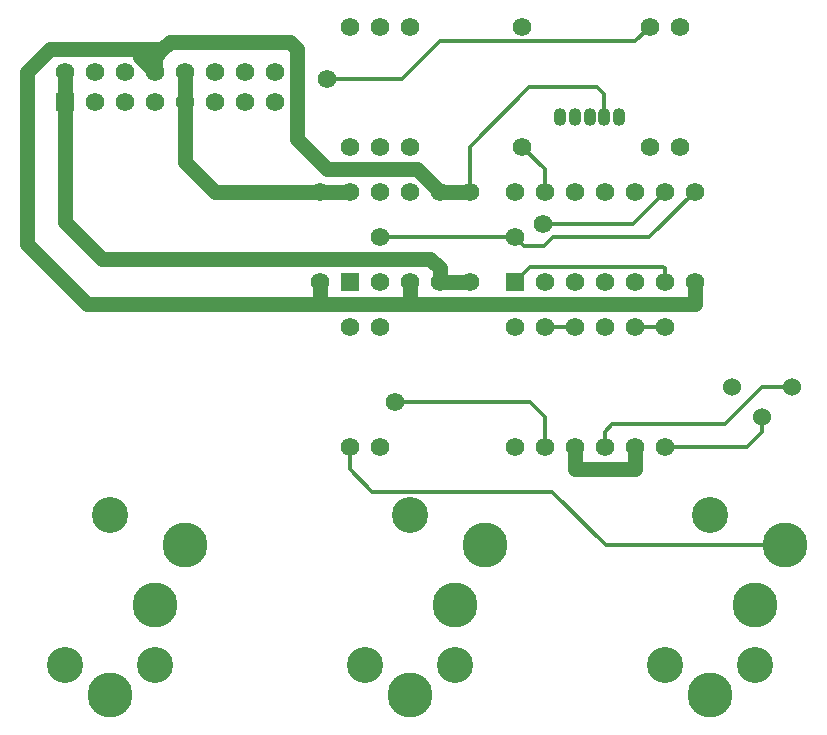
<source format=gtl>
G04 #@! TF.GenerationSoftware,KiCad,Pcbnew,(5.0.0)*
G04 #@! TF.CreationDate,2018-10-08T11:46:22-07:00*
G04 #@! TF.ProjectId,500-1019,3530302D313031392E6B696361645F70,rev?*
G04 #@! TF.SameCoordinates,Original*
G04 #@! TF.FileFunction,Copper,L1,Top,Signal*
G04 #@! TF.FilePolarity,Positive*
%FSLAX46Y46*%
G04 Gerber Fmt 4.6, Leading zero omitted, Abs format (unit mm)*
G04 Created by KiCad (PCBNEW (5.0.0)) date 10/08/18 11:46:22*
%MOMM*%
%LPD*%
G01*
G04 APERTURE LIST*
G04 #@! TA.AperFunction,ComponentPad*
%ADD10C,1.574800*%
G04 #@! TD*
G04 #@! TA.AperFunction,ComponentPad*
%ADD11C,3.810000*%
G04 #@! TD*
G04 #@! TA.AperFunction,ComponentPad*
%ADD12C,3.048000*%
G04 #@! TD*
G04 #@! TA.AperFunction,ComponentPad*
%ADD13R,1.574800X1.574800*%
G04 #@! TD*
G04 #@! TA.AperFunction,ComponentPad*
%ADD14O,1.066800X1.524000*%
G04 #@! TD*
G04 #@! TA.AperFunction,ComponentPad*
%ADD15C,1.524000*%
G04 #@! TD*
G04 #@! TA.AperFunction,ViaPad*
%ADD16C,1.574800*%
G04 #@! TD*
G04 #@! TA.AperFunction,Conductor*
%ADD17C,0.304800*%
G04 #@! TD*
G04 #@! TA.AperFunction,Conductor*
%ADD18C,1.270000*%
G04 #@! TD*
G04 APERTURE END LIST*
D10*
G04 #@! TO.P,C1,1*
G04 #@! TO.N,+15V0*
X138430000Y-97790000D03*
G04 #@! TO.P,C1,2*
G04 #@! TO.N,GND*
X138430000Y-105410000D03*
G04 #@! TD*
G04 #@! TO.P,C2,1*
G04 #@! TO.N,-15V0*
X151130000Y-105410000D03*
G04 #@! TO.P,C2,2*
G04 #@! TO.N,GND*
X151130000Y-97790000D03*
G04 #@! TD*
D11*
G04 #@! TO.P,J1,1*
G04 #@! TO.N,GND*
X120650000Y-140411200D03*
D12*
G04 #@! TO.P,J1,*
G04 #@! TO.N,*
X124460000Y-137871200D03*
D11*
G04 #@! TO.P,J1,2*
G04 #@! TO.N,GND*
X124460000Y-132791200D03*
G04 #@! TO.P,J1,3*
G04 #@! TO.N,Net-(J1-Pad3)*
X127000000Y-127711200D03*
D12*
G04 #@! TO.P,J1,*
G04 #@! TO.N,*
X120650000Y-125171200D03*
X116840000Y-137871200D03*
G04 #@! TD*
D11*
G04 #@! TO.P,J2,1*
G04 #@! TO.N,GND*
X146050000Y-140411200D03*
D12*
G04 #@! TO.P,J2,*
G04 #@! TO.N,*
X149860000Y-137871200D03*
D11*
G04 #@! TO.P,J2,2*
G04 #@! TO.N,GND*
X149860000Y-132791200D03*
G04 #@! TO.P,J2,3*
G04 #@! TO.N,Net-(J2-Pad3)*
X152400000Y-127711200D03*
D12*
G04 #@! TO.P,J2,*
G04 #@! TO.N,*
X146050000Y-125171200D03*
X142240000Y-137871200D03*
G04 #@! TD*
D11*
G04 #@! TO.P,J3,1*
G04 #@! TO.N,GND*
X171450000Y-140411200D03*
D12*
G04 #@! TO.P,J3,*
G04 #@! TO.N,*
X175260000Y-137871200D03*
D11*
G04 #@! TO.P,J3,2*
G04 #@! TO.N,N/C*
X175260000Y-132791200D03*
G04 #@! TO.P,J3,3*
G04 #@! TO.N,Net-(J3-Pad3)*
X177800000Y-127711200D03*
D12*
G04 #@! TO.P,J3,*
G04 #@! TO.N,*
X171450000Y-125171200D03*
X167640000Y-137871200D03*
G04 #@! TD*
D13*
G04 #@! TO.P,P1,1*
G04 #@! TO.N,-15V0*
X116840000Y-90170000D03*
D10*
G04 #@! TO.P,P1,2*
X116840000Y-87630000D03*
G04 #@! TO.P,P1,3*
G04 #@! TO.N,GND*
X119380000Y-90170000D03*
G04 #@! TO.P,P1,4*
X119380000Y-87630000D03*
G04 #@! TO.P,P1,5*
X121920000Y-90170000D03*
G04 #@! TO.P,P1,6*
X121920000Y-87630000D03*
G04 #@! TO.P,P1,7*
X124460000Y-90170000D03*
G04 #@! TO.P,P1,8*
X124460000Y-87630000D03*
G04 #@! TO.P,P1,9*
G04 #@! TO.N,+15V0*
X127000000Y-90170000D03*
G04 #@! TO.P,P1,10*
X127000000Y-87630000D03*
G04 #@! TO.P,P1,11*
G04 #@! TO.N,N/C*
X129540000Y-90170000D03*
G04 #@! TO.P,P1,12*
X129540000Y-87630000D03*
G04 #@! TO.P,P1,13*
X132080000Y-90170000D03*
G04 #@! TO.P,P1,14*
X132080000Y-87630000D03*
G04 #@! TO.P,P1,15*
X134620000Y-90170000D03*
G04 #@! TO.P,P1,16*
X134620000Y-87630000D03*
G04 #@! TD*
G04 #@! TO.P,Q1,14*
G04 #@! TO.N,Net-(Q1-Pad14)*
X154940000Y-97790000D03*
D13*
G04 #@! TO.P,Q1,1*
G04 #@! TO.N,Net-(Q1-Pad1)*
X154940000Y-105410000D03*
D10*
G04 #@! TO.P,Q1,13*
G04 #@! TO.N,Net-(Q1-Pad13)*
X157480000Y-97790000D03*
G04 #@! TO.P,Q1,2*
G04 #@! TO.N,Net-(Q1-Pad2)*
X157480000Y-105410000D03*
G04 #@! TO.P,Q1,12*
G04 #@! TO.N,Net-(Q1-Pad12)*
X160020000Y-97790000D03*
G04 #@! TO.P,Q1,3*
X160020000Y-105410000D03*
G04 #@! TO.P,Q1,11*
G04 #@! TO.N,N/C*
X162560000Y-97790000D03*
G04 #@! TO.P,Q1,4*
G04 #@! TO.N,Net-(Q1-Pad10)*
X162560000Y-105410000D03*
G04 #@! TO.P,Q1,10*
X165100000Y-97790000D03*
G04 #@! TO.P,Q1,5*
G04 #@! TO.N,Net-(Q1-Pad5)*
X165100000Y-105410000D03*
G04 #@! TO.P,Q1,9*
G04 #@! TO.N,Net-(Q1-Pad2)*
X167640000Y-97790000D03*
G04 #@! TO.P,Q1,6*
G04 #@! TO.N,Net-(Q1-Pad1)*
X167640000Y-105410000D03*
G04 #@! TO.P,Q1,8*
G04 #@! TO.N,Net-(Q1-Pad14)*
X170180000Y-97790000D03*
G04 #@! TO.P,Q1,7*
G04 #@! TO.N,GND*
X170180000Y-105410000D03*
G04 #@! TD*
D14*
G04 #@! TO.P,Q2,1*
G04 #@! TO.N,Net-(Q1-Pad1)*
X158790000Y-91440000D03*
G04 #@! TO.P,Q2,2*
G04 #@! TO.N,Net-(Q1-Pad12)*
X160040000Y-91440000D03*
G04 #@! TO.P,Q2,3*
G04 #@! TO.N,Net-(Q2-Pad3)*
X161290000Y-91440000D03*
G04 #@! TO.P,Q2,4*
G04 #@! TO.N,GND*
X162540000Y-91440000D03*
G04 #@! TO.P,Q2,5*
X163790000Y-91440000D03*
G04 #@! TD*
D10*
G04 #@! TO.P,R1,1*
G04 #@! TO.N,Net-(R1-Pad1)*
X146050000Y-93980000D03*
G04 #@! TO.P,R1,2*
G04 #@! TO.N,-15V0*
X146050000Y-83820000D03*
G04 #@! TD*
G04 #@! TO.P,R2,1*
G04 #@! TO.N,Net-(R1-Pad1)*
X143510000Y-93980000D03*
G04 #@! TO.P,R2,2*
G04 #@! TO.N,Net-(J1-Pad3)*
X143510000Y-83820000D03*
G04 #@! TD*
G04 #@! TO.P,R3,1*
G04 #@! TO.N,Net-(R3-Pad1)*
X140970000Y-93980000D03*
G04 #@! TO.P,R3,2*
G04 #@! TO.N,Net-(R1-Pad1)*
X140970000Y-83820000D03*
G04 #@! TD*
G04 #@! TO.P,R4,1*
G04 #@! TO.N,Net-(Q1-Pad2)*
X157480000Y-109220000D03*
G04 #@! TO.P,R4,2*
G04 #@! TO.N,Net-(R3-Pad1)*
X157480000Y-119380000D03*
G04 #@! TD*
G04 #@! TO.P,R5,1*
G04 #@! TO.N,Net-(Q1-Pad1)*
X154940000Y-109220000D03*
G04 #@! TO.P,R5,2*
G04 #@! TO.N,Net-(J2-Pad3)*
X154940000Y-119380000D03*
G04 #@! TD*
G04 #@! TO.P,R6,1*
G04 #@! TO.N,Net-(Q1-Pad2)*
X160020000Y-109220000D03*
G04 #@! TO.P,R6,2*
G04 #@! TO.N,GND*
X160020000Y-119380000D03*
G04 #@! TD*
G04 #@! TO.P,R7,1*
G04 #@! TO.N,+15V0*
X168910000Y-83820000D03*
G04 #@! TO.P,R7,2*
G04 #@! TO.N,Net-(Q1-Pad10)*
X168910000Y-93980000D03*
G04 #@! TD*
G04 #@! TO.P,R8,1*
G04 #@! TO.N,Net-(Q1-Pad12)*
X162560000Y-109220000D03*
G04 #@! TO.P,R8,2*
G04 #@! TO.N,-15V0*
X162560000Y-119380000D03*
G04 #@! TD*
G04 #@! TO.P,R9,1*
G04 #@! TO.N,+15V0*
X166370000Y-83820000D03*
G04 #@! TO.P,R9,2*
G04 #@! TO.N,Net-(Q2-Pad3)*
X166370000Y-93980000D03*
G04 #@! TD*
G04 #@! TO.P,R10,1*
G04 #@! TO.N,Net-(Q1-Pad13)*
X155575000Y-93980000D03*
G04 #@! TO.P,R10,2*
G04 #@! TO.N,GND*
X155575000Y-83820000D03*
G04 #@! TD*
G04 #@! TO.P,R11,1*
G04 #@! TO.N,Net-(R11-Pad1)*
X143510000Y-119380000D03*
G04 #@! TO.P,R11,2*
G04 #@! TO.N,Net-(Q1-Pad14)*
X143510000Y-109220000D03*
G04 #@! TD*
G04 #@! TO.P,R12,1*
G04 #@! TO.N,Net-(J3-Pad3)*
X140970000Y-119380000D03*
G04 #@! TO.P,R12,2*
G04 #@! TO.N,Net-(R11-Pad1)*
X140970000Y-109220000D03*
G04 #@! TD*
D13*
G04 #@! TO.P,U1,1*
G04 #@! TO.N,Net-(R11-Pad1)*
X140970000Y-105410000D03*
D10*
G04 #@! TO.P,U1,2*
G04 #@! TO.N,Net-(Q1-Pad14)*
X143510000Y-105410000D03*
G04 #@! TO.P,U1,3*
G04 #@! TO.N,GND*
X146050000Y-105410000D03*
G04 #@! TO.P,U1,4*
G04 #@! TO.N,-15V0*
X148590000Y-105410000D03*
G04 #@! TO.P,U1,5*
G04 #@! TO.N,GND*
X148590000Y-97790000D03*
G04 #@! TO.P,U1,6*
G04 #@! TO.N,Net-(R1-Pad1)*
X146050000Y-97790000D03*
G04 #@! TO.P,U1,7*
G04 #@! TO.N,Net-(R3-Pad1)*
X143510000Y-97790000D03*
G04 #@! TO.P,U1,8*
G04 #@! TO.N,+15V0*
X140970000Y-97790000D03*
G04 #@! TD*
D15*
G04 #@! TO.P,R13,1*
G04 #@! TO.N,+15V0*
X173355000Y-114300000D03*
G04 #@! TO.P,R13,2*
G04 #@! TO.N,Net-(R13-Pad2)*
X175895000Y-116840000D03*
G04 #@! TO.P,R13,3*
G04 #@! TO.N,-15V0*
X178435000Y-114300000D03*
G04 #@! TD*
D10*
G04 #@! TO.P,R14,1*
G04 #@! TO.N,Net-(Q1-Pad5)*
X167640000Y-109220000D03*
G04 #@! TO.P,R14,2*
G04 #@! TO.N,Net-(R13-Pad2)*
X167640000Y-119380000D03*
G04 #@! TD*
G04 #@! TO.P,R15,1*
G04 #@! TO.N,Net-(Q1-Pad5)*
X165100000Y-109220000D03*
G04 #@! TO.P,R15,2*
G04 #@! TO.N,GND*
X165100000Y-119380000D03*
G04 #@! TD*
D16*
G04 #@! TO.N,+15V0*
X139065000Y-88265000D03*
G04 #@! TO.N,Net-(Q1-Pad14)*
X154932771Y-101603239D03*
X143510000Y-101600000D03*
G04 #@! TO.N,Net-(Q1-Pad2)*
X157313152Y-100496848D03*
G04 #@! TO.N,Net-(R3-Pad1)*
X144780000Y-115570000D03*
G04 #@! TD*
D17*
G04 #@! TO.N,+15V0*
X145415000Y-88265000D02*
X139065000Y-88265000D01*
X148615399Y-85064601D02*
X145415000Y-88265000D01*
X166370000Y-83820000D02*
X165125399Y-85064601D01*
X165125399Y-85064601D02*
X148615399Y-85064601D01*
D18*
X127000000Y-90170000D02*
X127000000Y-87630000D01*
X127000000Y-95250000D02*
X127000000Y-90170000D01*
X129540000Y-97790000D02*
X127000000Y-95250000D01*
X138430000Y-97790000D02*
X129540000Y-97790000D01*
X138430000Y-97790000D02*
X140970000Y-97790000D01*
D17*
G04 #@! TO.N,GND*
X156170000Y-88940000D02*
X151130000Y-93980000D01*
X151130000Y-93980000D02*
X151130000Y-97790000D01*
X161925000Y-88940000D02*
X156170000Y-88940000D01*
X162540000Y-89555000D02*
X161925000Y-88940000D01*
X162540000Y-91440000D02*
X162540000Y-89555000D01*
D18*
X165100000Y-119380000D02*
X165100000Y-121285000D01*
X165100000Y-121285000D02*
X160020000Y-121285000D01*
X160020000Y-121285000D02*
X160020000Y-119380000D01*
X125730000Y-85090000D02*
X125095000Y-85725000D01*
X125095000Y-85725000D02*
X124460000Y-86360000D01*
X123190000Y-85725000D02*
X125095000Y-85725000D01*
X138430000Y-107315000D02*
X118745000Y-107315000D01*
X123190000Y-85725000D02*
X123190000Y-86360000D01*
X123672601Y-86842601D02*
X124460000Y-87630000D01*
X118745000Y-107315000D02*
X113665000Y-102235000D01*
X113665000Y-102235000D02*
X113665000Y-87630000D01*
X113665000Y-87630000D02*
X115570000Y-85725000D01*
X115570000Y-85725000D02*
X123190000Y-85725000D01*
X123190000Y-86360000D02*
X123672601Y-86842601D01*
X124460000Y-86360000D02*
X124460000Y-87630000D01*
X135890000Y-85090000D02*
X125730000Y-85090000D01*
X136525000Y-85725000D02*
X135890000Y-85090000D01*
X136525000Y-93345000D02*
X136525000Y-85725000D01*
X139065000Y-95885000D02*
X136525000Y-93345000D01*
X146685000Y-95885000D02*
X139065000Y-95885000D01*
X148590000Y-97790000D02*
X146685000Y-95885000D01*
X148590000Y-97790000D02*
X151130000Y-97790000D01*
X170180000Y-107315000D02*
X170180000Y-105410000D01*
X146050000Y-107315000D02*
X170180000Y-107315000D01*
X138430000Y-105410000D02*
X138430000Y-107315000D01*
X146050000Y-107315000D02*
X146050000Y-105410000D01*
X138430000Y-107315000D02*
X146050000Y-107315000D01*
D17*
G04 #@! TO.N,-15V0*
X178435000Y-114300000D02*
X175895000Y-114300000D01*
X175895000Y-114300000D02*
X172720000Y-117475000D01*
X163195000Y-117475000D02*
X162560000Y-118110000D01*
X172720000Y-117475000D02*
X163195000Y-117475000D01*
X162560000Y-118110000D02*
X162560000Y-119380000D01*
D18*
X116840000Y-90170000D02*
X116840000Y-87630000D01*
X116840000Y-100330000D02*
X116840000Y-90170000D01*
X120015000Y-103505000D02*
X116840000Y-100330000D01*
X147798551Y-103505000D02*
X120015000Y-103505000D01*
X148590000Y-105410000D02*
X148590000Y-104296449D01*
X148590000Y-104296449D02*
X147798551Y-103505000D01*
X151130000Y-105410000D02*
X148590000Y-105410000D01*
D17*
G04 #@! TO.N,Net-(J3-Pad3)*
X140970000Y-121285000D02*
X140970000Y-119380000D01*
X142875000Y-123190000D02*
X140970000Y-121285000D01*
X158115000Y-123190000D02*
X142875000Y-123190000D01*
X162636200Y-127711200D02*
X158115000Y-123190000D01*
X177800000Y-127711200D02*
X162636200Y-127711200D01*
G04 #@! TO.N,Net-(Q1-Pad14)*
X155720170Y-102390638D02*
X154932771Y-101603239D01*
X157387352Y-102390638D02*
X155720170Y-102390638D01*
X166344601Y-101625399D02*
X158152591Y-101625399D01*
X158152591Y-101625399D02*
X157387352Y-102390638D01*
X170180000Y-97790000D02*
X166344601Y-101625399D01*
X154929532Y-101600000D02*
X154932771Y-101603239D01*
X143510000Y-101600000D02*
X154929532Y-101600000D01*
G04 #@! TO.N,Net-(Q1-Pad1)*
X156210000Y-104140000D02*
X154940000Y-105410000D01*
X167483551Y-104140000D02*
X156210000Y-104140000D01*
X167640000Y-105410000D02*
X167640000Y-104296449D01*
X167640000Y-104296449D02*
X167483551Y-104140000D01*
G04 #@! TO.N,Net-(Q1-Pad13)*
X157480000Y-97790000D02*
X157480000Y-95885000D01*
X157480000Y-95885000D02*
X155575000Y-93980000D01*
G04 #@! TO.N,Net-(Q1-Pad2)*
X160020000Y-109220000D02*
X157480000Y-109220000D01*
X164933152Y-100496848D02*
X158426703Y-100496848D01*
X167640000Y-97790000D02*
X164933152Y-100496848D01*
X158426703Y-100496848D02*
X157313152Y-100496848D01*
G04 #@! TO.N,Net-(R3-Pad1)*
X157480000Y-116840000D02*
X157480000Y-119380000D01*
X156210000Y-115570000D02*
X157480000Y-116840000D01*
X144780000Y-115570000D02*
X156210000Y-115570000D01*
G04 #@! TO.N,Net-(Q1-Pad5)*
X167640000Y-109220000D02*
X165100000Y-109220000D01*
G04 #@! TO.N,Net-(R13-Pad2)*
X175895000Y-118110000D02*
X175895000Y-116840000D01*
X174625000Y-119380000D02*
X175895000Y-118110000D01*
X167640000Y-119380000D02*
X174625000Y-119380000D01*
G04 #@! TD*
M02*

</source>
